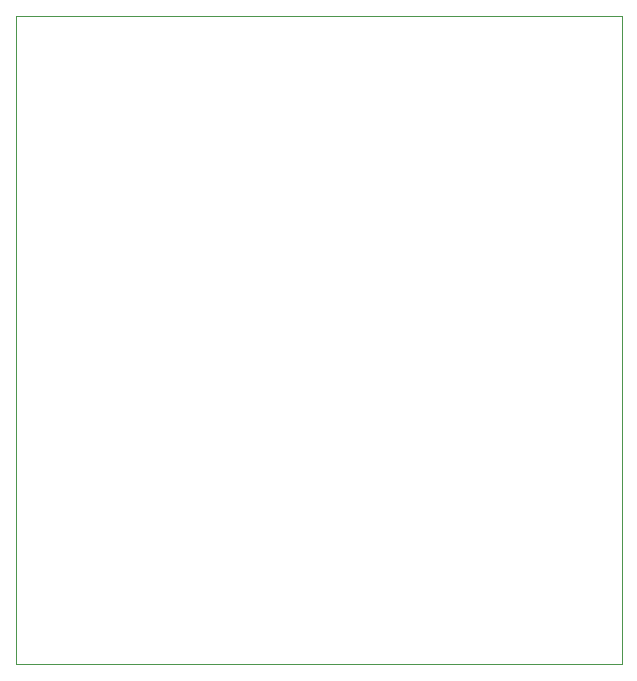
<source format=gbr>
%TF.GenerationSoftware,KiCad,Pcbnew,8.0.0*%
%TF.CreationDate,2024-03-07T16:20:59+02:00*%
%TF.ProjectId,amp1,616d7031-2e6b-4696-9361-645f70636258,rev?*%
%TF.SameCoordinates,Original*%
%TF.FileFunction,Profile,NP*%
%FSLAX46Y46*%
G04 Gerber Fmt 4.6, Leading zero omitted, Abs format (unit mm)*
G04 Created by KiCad (PCBNEW 8.0.0) date 2024-03-07 16:20:59*
%MOMM*%
%LPD*%
G01*
G04 APERTURE LIST*
%TA.AperFunction,Profile*%
%ADD10C,0.100000*%
%TD*%
G04 APERTURE END LIST*
D10*
X83820000Y-95504000D02*
X135128000Y-95504000D01*
X135128000Y-150368000D01*
X83820000Y-150368000D01*
X83820000Y-95504000D01*
M02*

</source>
